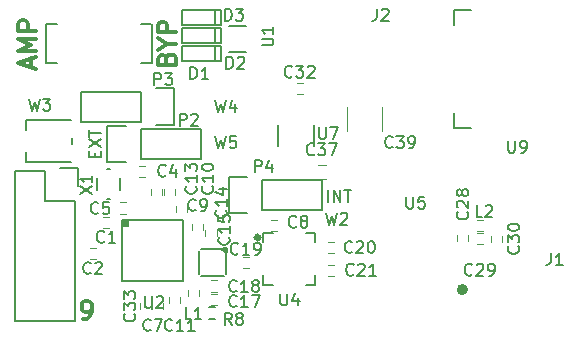
<source format=gbr>
G04 #@! TF.FileFunction,Legend,Top*
%FSLAX46Y46*%
G04 Gerber Fmt 4.6, Leading zero omitted, Abs format (unit mm)*
G04 Created by KiCad (PCBNEW 4.0.1-stable) date 1/31/2017 10:13:49 PM*
%MOMM*%
G01*
G04 APERTURE LIST*
%ADD10C,0.100000*%
%ADD11C,0.300000*%
%ADD12C,0.150000*%
%ADD13C,0.500000*%
%ADD14C,0.200000*%
%ADD15C,0.120000*%
G04 APERTURE END LIST*
D10*
D11*
X113252286Y-112946571D02*
X113538001Y-112946571D01*
X113680858Y-112875143D01*
X113752286Y-112803714D01*
X113895144Y-112589429D01*
X113966572Y-112303714D01*
X113966572Y-111732286D01*
X113895144Y-111589429D01*
X113823715Y-111518000D01*
X113680858Y-111446571D01*
X113395144Y-111446571D01*
X113252286Y-111518000D01*
X113180858Y-111589429D01*
X113109429Y-111732286D01*
X113109429Y-112089429D01*
X113180858Y-112232286D01*
X113252286Y-112303714D01*
X113395144Y-112375143D01*
X113680858Y-112375143D01*
X113823715Y-112303714D01*
X113895144Y-112232286D01*
X113966572Y-112089429D01*
D12*
X133969238Y-103068381D02*
X133969238Y-102068381D01*
X134445428Y-103068381D02*
X134445428Y-102068381D01*
X135016857Y-103068381D01*
X135016857Y-102068381D01*
X135350190Y-102068381D02*
X135921619Y-102068381D01*
X135635904Y-103068381D02*
X135635904Y-102068381D01*
X114228571Y-99242429D02*
X114228571Y-98909095D01*
X114752381Y-98766238D02*
X114752381Y-99242429D01*
X113752381Y-99242429D01*
X113752381Y-98766238D01*
X113752381Y-98432905D02*
X114752381Y-97766238D01*
X113752381Y-97766238D02*
X114752381Y-98432905D01*
X113752381Y-97528143D02*
X113752381Y-96956714D01*
X114752381Y-97242429D02*
X113752381Y-97242429D01*
D11*
X108835000Y-91626286D02*
X108835000Y-90912000D01*
X109263571Y-91769143D02*
X107763571Y-91269143D01*
X109263571Y-90769143D01*
X109263571Y-90269143D02*
X107763571Y-90269143D01*
X108835000Y-89769143D01*
X107763571Y-89269143D01*
X109263571Y-89269143D01*
X109263571Y-88554857D02*
X107763571Y-88554857D01*
X107763571Y-87983429D01*
X107835000Y-87840571D01*
X107906429Y-87769143D01*
X108049286Y-87697714D01*
X108263571Y-87697714D01*
X108406429Y-87769143D01*
X108477857Y-87840571D01*
X108549286Y-87983429D01*
X108549286Y-88554857D01*
X120288857Y-90947714D02*
X120360286Y-90733428D01*
X120431714Y-90662000D01*
X120574571Y-90590571D01*
X120788857Y-90590571D01*
X120931714Y-90662000D01*
X121003143Y-90733428D01*
X121074571Y-90876286D01*
X121074571Y-91447714D01*
X119574571Y-91447714D01*
X119574571Y-90947714D01*
X119646000Y-90804857D01*
X119717429Y-90733428D01*
X119860286Y-90662000D01*
X120003143Y-90662000D01*
X120146000Y-90733428D01*
X120217429Y-90804857D01*
X120288857Y-90947714D01*
X120288857Y-91447714D01*
X120360286Y-89662000D02*
X121074571Y-89662000D01*
X119574571Y-90162000D02*
X120360286Y-89662000D01*
X119574571Y-89162000D01*
X121074571Y-88662000D02*
X119574571Y-88662000D01*
X119574571Y-88090572D01*
X119646000Y-87947714D01*
X119717429Y-87876286D01*
X119860286Y-87804857D01*
X120074571Y-87804857D01*
X120217429Y-87876286D01*
X120288857Y-87947714D01*
X120360286Y-88090572D01*
X120360286Y-88662000D01*
D12*
X116649500Y-104648000D02*
X116649500Y-105029000D01*
X116649500Y-105029000D02*
X116903500Y-105029000D01*
X116903500Y-105029000D02*
X116903500Y-104711500D01*
X116903500Y-104711500D02*
X116776500Y-104711500D01*
X116776500Y-104711500D02*
X116776500Y-104965500D01*
X117030500Y-104648000D02*
X117030500Y-105092500D01*
X117030500Y-105092500D02*
X116586000Y-105092500D01*
X116551000Y-109763000D02*
X121701000Y-109763000D01*
X116551000Y-104613000D02*
X121701000Y-104613000D01*
X116551000Y-104613000D02*
X116551000Y-109763000D01*
X121701000Y-104613000D02*
X121701000Y-109763000D01*
D13*
X128108400Y-106068720D02*
G75*
G03X128108400Y-106068720I-100000J0D01*
G01*
D14*
X132108400Y-105668720D02*
X132908400Y-105668720D01*
X132908400Y-105668720D02*
X132908400Y-106468720D01*
X132108400Y-110068720D02*
X132908400Y-110068720D01*
X132908400Y-110068720D02*
X132908400Y-109268720D01*
X129308400Y-110068720D02*
X128508400Y-110068720D01*
X128508400Y-110068720D02*
X128508400Y-109268720D01*
X129308400Y-105668720D02*
X128508400Y-105668720D01*
X128508400Y-105668720D02*
X128508400Y-106468720D01*
D15*
X138508000Y-97062800D02*
X138508000Y-95062800D01*
X135558000Y-95062800D02*
X135558000Y-97062800D01*
X133088900Y-99958600D02*
X133788900Y-99958600D01*
X133788900Y-101158600D02*
X133088900Y-101158600D01*
X118041400Y-111611600D02*
X118041400Y-112111600D01*
X118991400Y-112111600D02*
X118991400Y-111611600D01*
X119918500Y-102485000D02*
X119918500Y-101985000D01*
X118968500Y-101985000D02*
X118968500Y-102485000D01*
X122014000Y-103882000D02*
X122014000Y-103382000D01*
X121064000Y-103382000D02*
X121064000Y-103882000D01*
D12*
X116379500Y-101036500D02*
X116379500Y-102036500D01*
X114379500Y-101036500D02*
X114379500Y-102036500D01*
X115229500Y-102786500D02*
X115529500Y-102786500D01*
X115229500Y-100286500D02*
X115529500Y-100286500D01*
D15*
X120479800Y-111129000D02*
X120479800Y-111629000D01*
X121429800Y-111629000D02*
X121429800Y-111129000D01*
X120998000Y-102485000D02*
X120998000Y-101985000D01*
X120048000Y-101985000D02*
X120048000Y-102485000D01*
X119070100Y-111598900D02*
X119070100Y-112098900D01*
X120020100Y-112098900D02*
X120020100Y-111598900D01*
X116399500Y-104043500D02*
X116899500Y-104043500D01*
X116899500Y-103093500D02*
X116399500Y-103093500D01*
X117987000Y-100932000D02*
X118487000Y-100932000D01*
X118487000Y-99982000D02*
X117987000Y-99982000D01*
X113796000Y-107917000D02*
X114296000Y-107917000D01*
X114296000Y-106967000D02*
X113796000Y-106967000D01*
X114939000Y-105250000D02*
X115439000Y-105250000D01*
X115439000Y-104300000D02*
X114939000Y-104300000D01*
X129663000Y-104554000D02*
X129163000Y-104554000D01*
X129163000Y-105504000D02*
X129663000Y-105504000D01*
D12*
X110998000Y-91313000D02*
X110109000Y-91313000D01*
X110998000Y-88011000D02*
X110109000Y-88011000D01*
X118110000Y-88011000D02*
X118999000Y-88011000D01*
X118110000Y-91313000D02*
X118999000Y-91313000D01*
X119049800Y-91313000D02*
X119049800Y-88011000D01*
X110058200Y-91313000D02*
X110058200Y-88011000D01*
D15*
X127250000Y-107729000D02*
X126750000Y-107729000D01*
X126750000Y-108679000D02*
X127250000Y-108679000D01*
X123411000Y-105406000D02*
X123411000Y-104906000D01*
X122461000Y-104906000D02*
X122461000Y-105406000D01*
X146562000Y-105504000D02*
X147062000Y-105504000D01*
X147062000Y-104554000D02*
X146562000Y-104554000D01*
X148684000Y-106422000D02*
X148684000Y-105922000D01*
X147734000Y-105922000D02*
X147734000Y-106422000D01*
X146562000Y-106647000D02*
X147062000Y-106647000D01*
X147062000Y-105697000D02*
X146562000Y-105697000D01*
X145839200Y-106383900D02*
X145839200Y-105883900D01*
X144889200Y-105883900D02*
X144889200Y-106383900D01*
X133989000Y-109318600D02*
X134489000Y-109318600D01*
X134489000Y-108368600D02*
X133989000Y-108368600D01*
X133989000Y-107367760D02*
X134489000Y-107367760D01*
X134489000Y-106417760D02*
X133989000Y-106417760D01*
D12*
X125404500Y-107299000D02*
X125404500Y-106981500D01*
X125404500Y-106981500D02*
X125150500Y-106981500D01*
X125087000Y-106981500D02*
X125341000Y-106981500D01*
X125087000Y-107045000D02*
X125341000Y-107235500D01*
X124896500Y-107045000D02*
X125341000Y-107426000D01*
X125341000Y-107426000D02*
X125341000Y-107045000D01*
X125341000Y-107045000D02*
X125087000Y-107045000D01*
X123263000Y-107013000D02*
X125133000Y-107013000D01*
X123263000Y-109363000D02*
X125133000Y-109363000D01*
X123063000Y-107213000D02*
X123063000Y-109163000D01*
X125333000Y-107213000D02*
X125333000Y-109163000D01*
X124392500Y-111933500D02*
X123892500Y-111933500D01*
X123892500Y-112983500D02*
X124392500Y-112983500D01*
D15*
X123030000Y-110994000D02*
X123030000Y-110494000D01*
X122080000Y-110494000D02*
X122080000Y-110994000D01*
X124100000Y-110656000D02*
X124600000Y-110656000D01*
X124600000Y-109706000D02*
X124100000Y-109706000D01*
X124583000Y-110840500D02*
X124083000Y-110840500D01*
X124083000Y-111790500D02*
X124583000Y-111790500D01*
D12*
X112268000Y-98171000D02*
X112268000Y-97663000D01*
X108394500Y-96964500D02*
X108394500Y-96139000D01*
X108394500Y-98869500D02*
X108394500Y-99695000D01*
X112236000Y-99717000D02*
X108436000Y-99717000D01*
X112236000Y-96117000D02*
X108436000Y-96117000D01*
X132817600Y-98322100D02*
X132817600Y-96572100D01*
X129767600Y-98322100D02*
X129767600Y-96572100D01*
X124409200Y-88112600D02*
X124409200Y-86842600D01*
X124409200Y-86842600D02*
X124917200Y-86842600D01*
X124917200Y-86842600D02*
X124917200Y-88112600D01*
X124917200Y-88112600D02*
X121615200Y-88112600D01*
X121615200Y-88112600D02*
X121615200Y-86842600D01*
X121615200Y-86842600D02*
X124409200Y-86842600D01*
X124409200Y-89636600D02*
X124409200Y-88366600D01*
X124409200Y-88366600D02*
X124917200Y-88366600D01*
X124917200Y-88366600D02*
X124917200Y-89636600D01*
X124917200Y-89636600D02*
X121615200Y-89636600D01*
X121615200Y-89636600D02*
X121615200Y-88366600D01*
X121615200Y-88366600D02*
X124409200Y-88366600D01*
X124409200Y-91160600D02*
X124409200Y-89890600D01*
X124409200Y-89890600D02*
X124917200Y-89890600D01*
X124917200Y-89890600D02*
X124917200Y-91160600D01*
X124917200Y-91160600D02*
X121615200Y-91160600D01*
X121615200Y-91160600D02*
X121615200Y-89890600D01*
X121615200Y-89890600D02*
X124409200Y-89890600D01*
X125614200Y-90355600D02*
X127014200Y-90355600D01*
X125614200Y-88155600D02*
X127014200Y-88155600D01*
D15*
X131347400Y-93921600D02*
X131847400Y-93921600D01*
X131847400Y-92971600D02*
X131347400Y-92971600D01*
X124541300Y-105926700D02*
X124541300Y-105426700D01*
X123591300Y-105426700D02*
X123591300Y-105926700D01*
D12*
X144613000Y-96821000D02*
X144613000Y-95571000D01*
X144613000Y-96821000D02*
X146113000Y-96821000D01*
X144613000Y-86821000D02*
X146113000Y-86821000D01*
X144613000Y-86821000D02*
X144613000Y-88071000D01*
X107442000Y-100457000D02*
X107442000Y-113157000D01*
X107442000Y-113157000D02*
X112522000Y-113157000D01*
X112522000Y-113157000D02*
X112522000Y-102997000D01*
X107442000Y-100457000D02*
X109982000Y-100457000D01*
X112802000Y-101727000D02*
X112802000Y-100177000D01*
X109982000Y-100457000D02*
X109982000Y-102997000D01*
X109982000Y-102997000D02*
X112522000Y-102997000D01*
X112802000Y-100177000D02*
X111252000Y-100177000D01*
X116840000Y-96621000D02*
X115290000Y-96621000D01*
X115290000Y-96621000D02*
X115290000Y-99721000D01*
X115290000Y-99721000D02*
X116840000Y-99721000D01*
X118110000Y-96901000D02*
X123190000Y-96901000D01*
X123190000Y-96901000D02*
X123190000Y-99441000D01*
X123190000Y-99441000D02*
X118110000Y-99441000D01*
X118110000Y-99441000D02*
X118110000Y-96901000D01*
X119380000Y-96546000D02*
X120930000Y-96546000D01*
X120930000Y-96546000D02*
X120930000Y-93446000D01*
X120930000Y-93446000D02*
X119380000Y-93446000D01*
X118110000Y-96266000D02*
X113030000Y-96266000D01*
X113030000Y-96266000D02*
X113030000Y-93726000D01*
X113030000Y-93726000D02*
X118110000Y-93726000D01*
X118110000Y-93726000D02*
X118110000Y-96266000D01*
X127127000Y-100939000D02*
X125577000Y-100939000D01*
X125577000Y-100939000D02*
X125577000Y-104039000D01*
X125577000Y-104039000D02*
X127127000Y-104039000D01*
X128397000Y-101219000D02*
X133477000Y-101219000D01*
X133477000Y-101219000D02*
X133477000Y-103759000D01*
X133477000Y-103759000D02*
X128397000Y-103759000D01*
X128397000Y-103759000D02*
X128397000Y-101219000D01*
D13*
X145580453Y-110490000D02*
G75*
G03X145580453Y-110490000I-228953J0D01*
G01*
D12*
X118464095Y-111040381D02*
X118464095Y-111849905D01*
X118511714Y-111945143D01*
X118559333Y-111992762D01*
X118654571Y-112040381D01*
X118845048Y-112040381D01*
X118940286Y-111992762D01*
X118987905Y-111945143D01*
X119035524Y-111849905D01*
X119035524Y-111040381D01*
X119464095Y-111135619D02*
X119511714Y-111088000D01*
X119606952Y-111040381D01*
X119845048Y-111040381D01*
X119940286Y-111088000D01*
X119987905Y-111135619D01*
X120035524Y-111230857D01*
X120035524Y-111326095D01*
X119987905Y-111468952D01*
X119416476Y-112040381D01*
X120035524Y-112040381D01*
X129946495Y-110821101D02*
X129946495Y-111630625D01*
X129994114Y-111725863D01*
X130041733Y-111773482D01*
X130136971Y-111821101D01*
X130327448Y-111821101D01*
X130422686Y-111773482D01*
X130470305Y-111725863D01*
X130517924Y-111630625D01*
X130517924Y-110821101D01*
X131422686Y-111154434D02*
X131422686Y-111821101D01*
X131184590Y-110773482D02*
X130946495Y-111487768D01*
X131565543Y-111487768D01*
X139438143Y-98401143D02*
X139390524Y-98448762D01*
X139247667Y-98496381D01*
X139152429Y-98496381D01*
X139009571Y-98448762D01*
X138914333Y-98353524D01*
X138866714Y-98258286D01*
X138819095Y-98067810D01*
X138819095Y-97924952D01*
X138866714Y-97734476D01*
X138914333Y-97639238D01*
X139009571Y-97544000D01*
X139152429Y-97496381D01*
X139247667Y-97496381D01*
X139390524Y-97544000D01*
X139438143Y-97591619D01*
X139771476Y-97496381D02*
X140390524Y-97496381D01*
X140057190Y-97877333D01*
X140200048Y-97877333D01*
X140295286Y-97924952D01*
X140342905Y-97972571D01*
X140390524Y-98067810D01*
X140390524Y-98305905D01*
X140342905Y-98401143D01*
X140295286Y-98448762D01*
X140200048Y-98496381D01*
X139914333Y-98496381D01*
X139819095Y-98448762D01*
X139771476Y-98401143D01*
X140866714Y-98496381D02*
X141057190Y-98496381D01*
X141152429Y-98448762D01*
X141200048Y-98401143D01*
X141295286Y-98258286D01*
X141342905Y-98067810D01*
X141342905Y-97686857D01*
X141295286Y-97591619D01*
X141247667Y-97544000D01*
X141152429Y-97496381D01*
X140961952Y-97496381D01*
X140866714Y-97544000D01*
X140819095Y-97591619D01*
X140771476Y-97686857D01*
X140771476Y-97924952D01*
X140819095Y-98020190D01*
X140866714Y-98067810D01*
X140961952Y-98115429D01*
X141152429Y-98115429D01*
X141247667Y-98067810D01*
X141295286Y-98020190D01*
X141342905Y-97924952D01*
X132796043Y-99015743D02*
X132748424Y-99063362D01*
X132605567Y-99110981D01*
X132510329Y-99110981D01*
X132367471Y-99063362D01*
X132272233Y-98968124D01*
X132224614Y-98872886D01*
X132176995Y-98682410D01*
X132176995Y-98539552D01*
X132224614Y-98349076D01*
X132272233Y-98253838D01*
X132367471Y-98158600D01*
X132510329Y-98110981D01*
X132605567Y-98110981D01*
X132748424Y-98158600D01*
X132796043Y-98206219D01*
X133129376Y-98110981D02*
X133748424Y-98110981D01*
X133415090Y-98491933D01*
X133557948Y-98491933D01*
X133653186Y-98539552D01*
X133700805Y-98587171D01*
X133748424Y-98682410D01*
X133748424Y-98920505D01*
X133700805Y-99015743D01*
X133653186Y-99063362D01*
X133557948Y-99110981D01*
X133272233Y-99110981D01*
X133176995Y-99063362D01*
X133129376Y-99015743D01*
X134081757Y-98110981D02*
X134748424Y-98110981D01*
X134319852Y-99110981D01*
X152828667Y-107402381D02*
X152828667Y-108116667D01*
X152781047Y-108259524D01*
X152685809Y-108354762D01*
X152542952Y-108402381D01*
X152447714Y-108402381D01*
X153828667Y-108402381D02*
X153257238Y-108402381D01*
X153542952Y-108402381D02*
X153542952Y-107402381D01*
X153447714Y-107545238D01*
X153352476Y-107640476D01*
X153257238Y-107688095D01*
X117578143Y-112529857D02*
X117625762Y-112577476D01*
X117673381Y-112720333D01*
X117673381Y-112815571D01*
X117625762Y-112958429D01*
X117530524Y-113053667D01*
X117435286Y-113101286D01*
X117244810Y-113148905D01*
X117101952Y-113148905D01*
X116911476Y-113101286D01*
X116816238Y-113053667D01*
X116721000Y-112958429D01*
X116673381Y-112815571D01*
X116673381Y-112720333D01*
X116721000Y-112577476D01*
X116768619Y-112529857D01*
X116673381Y-112196524D02*
X116673381Y-111577476D01*
X117054333Y-111910810D01*
X117054333Y-111767952D01*
X117101952Y-111672714D01*
X117149571Y-111625095D01*
X117244810Y-111577476D01*
X117482905Y-111577476D01*
X117578143Y-111625095D01*
X117625762Y-111672714D01*
X117673381Y-111767952D01*
X117673381Y-112053667D01*
X117625762Y-112148905D01*
X117578143Y-112196524D01*
X116673381Y-111244143D02*
X116673381Y-110625095D01*
X117054333Y-110958429D01*
X117054333Y-110815571D01*
X117101952Y-110720333D01*
X117149571Y-110672714D01*
X117244810Y-110625095D01*
X117482905Y-110625095D01*
X117578143Y-110672714D01*
X117625762Y-110720333D01*
X117673381Y-110815571D01*
X117673381Y-111101286D01*
X117625762Y-111196524D01*
X117578143Y-111244143D01*
X122785143Y-101734857D02*
X122832762Y-101782476D01*
X122880381Y-101925333D01*
X122880381Y-102020571D01*
X122832762Y-102163429D01*
X122737524Y-102258667D01*
X122642286Y-102306286D01*
X122451810Y-102353905D01*
X122308952Y-102353905D01*
X122118476Y-102306286D01*
X122023238Y-102258667D01*
X121928000Y-102163429D01*
X121880381Y-102020571D01*
X121880381Y-101925333D01*
X121928000Y-101782476D01*
X121975619Y-101734857D01*
X122880381Y-100782476D02*
X122880381Y-101353905D01*
X122880381Y-101068191D02*
X121880381Y-101068191D01*
X122023238Y-101163429D01*
X122118476Y-101258667D01*
X122166095Y-101353905D01*
X121880381Y-100449143D02*
X121880381Y-99830095D01*
X122261333Y-100163429D01*
X122261333Y-100020571D01*
X122308952Y-99925333D01*
X122356571Y-99877714D01*
X122451810Y-99830095D01*
X122689905Y-99830095D01*
X122785143Y-99877714D01*
X122832762Y-99925333D01*
X122880381Y-100020571D01*
X122880381Y-100306286D01*
X122832762Y-100401524D01*
X122785143Y-100449143D01*
X138096667Y-86701381D02*
X138096667Y-87415667D01*
X138049047Y-87558524D01*
X137953809Y-87653762D01*
X137810952Y-87701381D01*
X137715714Y-87701381D01*
X138525238Y-86796619D02*
X138572857Y-86749000D01*
X138668095Y-86701381D01*
X138906191Y-86701381D01*
X139001429Y-86749000D01*
X139049048Y-86796619D01*
X139096667Y-86891857D01*
X139096667Y-86987095D01*
X139049048Y-87129952D01*
X138477619Y-87701381D01*
X139096667Y-87701381D01*
X122769334Y-103735143D02*
X122721715Y-103782762D01*
X122578858Y-103830381D01*
X122483620Y-103830381D01*
X122340762Y-103782762D01*
X122245524Y-103687524D01*
X122197905Y-103592286D01*
X122150286Y-103401810D01*
X122150286Y-103258952D01*
X122197905Y-103068476D01*
X122245524Y-102973238D01*
X122340762Y-102878000D01*
X122483620Y-102830381D01*
X122578858Y-102830381D01*
X122721715Y-102878000D01*
X122769334Y-102925619D01*
X123245524Y-103830381D02*
X123436000Y-103830381D01*
X123531239Y-103782762D01*
X123578858Y-103735143D01*
X123674096Y-103592286D01*
X123721715Y-103401810D01*
X123721715Y-103020857D01*
X123674096Y-102925619D01*
X123626477Y-102878000D01*
X123531239Y-102830381D01*
X123340762Y-102830381D01*
X123245524Y-102878000D01*
X123197905Y-102925619D01*
X123150286Y-103020857D01*
X123150286Y-103258952D01*
X123197905Y-103354190D01*
X123245524Y-103401810D01*
X123340762Y-103449429D01*
X123531239Y-103449429D01*
X123626477Y-103401810D01*
X123674096Y-103354190D01*
X123721715Y-103258952D01*
X112990381Y-102409524D02*
X113990381Y-101742857D01*
X112990381Y-101742857D02*
X113990381Y-102409524D01*
X113990381Y-100838095D02*
X113990381Y-101409524D01*
X113990381Y-101123810D02*
X112990381Y-101123810D01*
X113133238Y-101219048D01*
X113228476Y-101314286D01*
X113276095Y-101409524D01*
X120769143Y-113895143D02*
X120721524Y-113942762D01*
X120578667Y-113990381D01*
X120483429Y-113990381D01*
X120340571Y-113942762D01*
X120245333Y-113847524D01*
X120197714Y-113752286D01*
X120150095Y-113561810D01*
X120150095Y-113418952D01*
X120197714Y-113228476D01*
X120245333Y-113133238D01*
X120340571Y-113038000D01*
X120483429Y-112990381D01*
X120578667Y-112990381D01*
X120721524Y-113038000D01*
X120769143Y-113085619D01*
X121721524Y-113990381D02*
X121150095Y-113990381D01*
X121435809Y-113990381D02*
X121435809Y-112990381D01*
X121340571Y-113133238D01*
X121245333Y-113228476D01*
X121150095Y-113276095D01*
X122673905Y-113990381D02*
X122102476Y-113990381D01*
X122388190Y-113990381D02*
X122388190Y-112990381D01*
X122292952Y-113133238D01*
X122197714Y-113228476D01*
X122102476Y-113276095D01*
X124182143Y-101734857D02*
X124229762Y-101782476D01*
X124277381Y-101925333D01*
X124277381Y-102020571D01*
X124229762Y-102163429D01*
X124134524Y-102258667D01*
X124039286Y-102306286D01*
X123848810Y-102353905D01*
X123705952Y-102353905D01*
X123515476Y-102306286D01*
X123420238Y-102258667D01*
X123325000Y-102163429D01*
X123277381Y-102020571D01*
X123277381Y-101925333D01*
X123325000Y-101782476D01*
X123372619Y-101734857D01*
X124277381Y-100782476D02*
X124277381Y-101353905D01*
X124277381Y-101068191D02*
X123277381Y-101068191D01*
X123420238Y-101163429D01*
X123515476Y-101258667D01*
X123563095Y-101353905D01*
X123277381Y-100163429D02*
X123277381Y-100068190D01*
X123325000Y-99972952D01*
X123372619Y-99925333D01*
X123467857Y-99877714D01*
X123658333Y-99830095D01*
X123896429Y-99830095D01*
X124086905Y-99877714D01*
X124182143Y-99925333D01*
X124229762Y-99972952D01*
X124277381Y-100068190D01*
X124277381Y-100163429D01*
X124229762Y-100258667D01*
X124182143Y-100306286D01*
X124086905Y-100353905D01*
X123896429Y-100401524D01*
X123658333Y-100401524D01*
X123467857Y-100353905D01*
X123372619Y-100306286D01*
X123325000Y-100258667D01*
X123277381Y-100163429D01*
X118959334Y-113895143D02*
X118911715Y-113942762D01*
X118768858Y-113990381D01*
X118673620Y-113990381D01*
X118530762Y-113942762D01*
X118435524Y-113847524D01*
X118387905Y-113752286D01*
X118340286Y-113561810D01*
X118340286Y-113418952D01*
X118387905Y-113228476D01*
X118435524Y-113133238D01*
X118530762Y-113038000D01*
X118673620Y-112990381D01*
X118768858Y-112990381D01*
X118911715Y-113038000D01*
X118959334Y-113085619D01*
X119292667Y-112990381D02*
X119959334Y-112990381D01*
X119530762Y-113990381D01*
X114514334Y-103989143D02*
X114466715Y-104036762D01*
X114323858Y-104084381D01*
X114228620Y-104084381D01*
X114085762Y-104036762D01*
X113990524Y-103941524D01*
X113942905Y-103846286D01*
X113895286Y-103655810D01*
X113895286Y-103512952D01*
X113942905Y-103322476D01*
X113990524Y-103227238D01*
X114085762Y-103132000D01*
X114228620Y-103084381D01*
X114323858Y-103084381D01*
X114466715Y-103132000D01*
X114514334Y-103179619D01*
X115419096Y-103084381D02*
X114942905Y-103084381D01*
X114895286Y-103560571D01*
X114942905Y-103512952D01*
X115038143Y-103465333D01*
X115276239Y-103465333D01*
X115371477Y-103512952D01*
X115419096Y-103560571D01*
X115466715Y-103655810D01*
X115466715Y-103893905D01*
X115419096Y-103989143D01*
X115371477Y-104036762D01*
X115276239Y-104084381D01*
X115038143Y-104084381D01*
X114942905Y-104036762D01*
X114895286Y-103989143D01*
X120229334Y-100814143D02*
X120181715Y-100861762D01*
X120038858Y-100909381D01*
X119943620Y-100909381D01*
X119800762Y-100861762D01*
X119705524Y-100766524D01*
X119657905Y-100671286D01*
X119610286Y-100480810D01*
X119610286Y-100337952D01*
X119657905Y-100147476D01*
X119705524Y-100052238D01*
X119800762Y-99957000D01*
X119943620Y-99909381D01*
X120038858Y-99909381D01*
X120181715Y-99957000D01*
X120229334Y-100004619D01*
X121086477Y-100242714D02*
X121086477Y-100909381D01*
X120848381Y-99861762D02*
X120610286Y-100576048D01*
X121229334Y-100576048D01*
X113879334Y-109069143D02*
X113831715Y-109116762D01*
X113688858Y-109164381D01*
X113593620Y-109164381D01*
X113450762Y-109116762D01*
X113355524Y-109021524D01*
X113307905Y-108926286D01*
X113260286Y-108735810D01*
X113260286Y-108592952D01*
X113307905Y-108402476D01*
X113355524Y-108307238D01*
X113450762Y-108212000D01*
X113593620Y-108164381D01*
X113688858Y-108164381D01*
X113831715Y-108212000D01*
X113879334Y-108259619D01*
X114260286Y-108259619D02*
X114307905Y-108212000D01*
X114403143Y-108164381D01*
X114641239Y-108164381D01*
X114736477Y-108212000D01*
X114784096Y-108259619D01*
X114831715Y-108354857D01*
X114831715Y-108450095D01*
X114784096Y-108592952D01*
X114212667Y-109164381D01*
X114831715Y-109164381D01*
X115022334Y-106402143D02*
X114974715Y-106449762D01*
X114831858Y-106497381D01*
X114736620Y-106497381D01*
X114593762Y-106449762D01*
X114498524Y-106354524D01*
X114450905Y-106259286D01*
X114403286Y-106068810D01*
X114403286Y-105925952D01*
X114450905Y-105735476D01*
X114498524Y-105640238D01*
X114593762Y-105545000D01*
X114736620Y-105497381D01*
X114831858Y-105497381D01*
X114974715Y-105545000D01*
X115022334Y-105592619D01*
X115974715Y-106497381D02*
X115403286Y-106497381D01*
X115689000Y-106497381D02*
X115689000Y-105497381D01*
X115593762Y-105640238D01*
X115498524Y-105735476D01*
X115403286Y-105783095D01*
X131278334Y-105132143D02*
X131230715Y-105179762D01*
X131087858Y-105227381D01*
X130992620Y-105227381D01*
X130849762Y-105179762D01*
X130754524Y-105084524D01*
X130706905Y-104989286D01*
X130659286Y-104798810D01*
X130659286Y-104655952D01*
X130706905Y-104465476D01*
X130754524Y-104370238D01*
X130849762Y-104275000D01*
X130992620Y-104227381D01*
X131087858Y-104227381D01*
X131230715Y-104275000D01*
X131278334Y-104322619D01*
X131849762Y-104655952D02*
X131754524Y-104608333D01*
X131706905Y-104560714D01*
X131659286Y-104465476D01*
X131659286Y-104417857D01*
X131706905Y-104322619D01*
X131754524Y-104275000D01*
X131849762Y-104227381D01*
X132040239Y-104227381D01*
X132135477Y-104275000D01*
X132183096Y-104322619D01*
X132230715Y-104417857D01*
X132230715Y-104465476D01*
X132183096Y-104560714D01*
X132135477Y-104608333D01*
X132040239Y-104655952D01*
X131849762Y-104655952D01*
X131754524Y-104703571D01*
X131706905Y-104751190D01*
X131659286Y-104846429D01*
X131659286Y-105036905D01*
X131706905Y-105132143D01*
X131754524Y-105179762D01*
X131849762Y-105227381D01*
X132040239Y-105227381D01*
X132135477Y-105179762D01*
X132183096Y-105132143D01*
X132230715Y-105036905D01*
X132230715Y-104846429D01*
X132183096Y-104751190D01*
X132135477Y-104703571D01*
X132040239Y-104655952D01*
X124444238Y-97496381D02*
X124682333Y-98496381D01*
X124872810Y-97782095D01*
X125063286Y-98496381D01*
X125301381Y-97496381D01*
X126158524Y-97496381D02*
X125682333Y-97496381D01*
X125634714Y-97972571D01*
X125682333Y-97924952D01*
X125777571Y-97877333D01*
X126015667Y-97877333D01*
X126110905Y-97924952D01*
X126158524Y-97972571D01*
X126206143Y-98067810D01*
X126206143Y-98305905D01*
X126158524Y-98401143D01*
X126110905Y-98448762D01*
X126015667Y-98496381D01*
X125777571Y-98496381D01*
X125682333Y-98448762D01*
X125634714Y-98401143D01*
X124444238Y-94448381D02*
X124682333Y-95448381D01*
X124872810Y-94734095D01*
X125063286Y-95448381D01*
X125301381Y-94448381D01*
X126110905Y-94781714D02*
X126110905Y-95448381D01*
X125872809Y-94400762D02*
X125634714Y-95115048D01*
X126253762Y-95115048D01*
X108696238Y-94321381D02*
X108934333Y-95321381D01*
X109124810Y-94607095D01*
X109315286Y-95321381D01*
X109553381Y-94321381D01*
X109839095Y-94321381D02*
X110458143Y-94321381D01*
X110124809Y-94702333D01*
X110267667Y-94702333D01*
X110362905Y-94749952D01*
X110410524Y-94797571D01*
X110458143Y-94892810D01*
X110458143Y-95130905D01*
X110410524Y-95226143D01*
X110362905Y-95273762D01*
X110267667Y-95321381D01*
X109981952Y-95321381D01*
X109886714Y-95273762D01*
X109839095Y-95226143D01*
X133842238Y-103973381D02*
X134080333Y-104973381D01*
X134270810Y-104259095D01*
X134461286Y-104973381D01*
X134699381Y-103973381D01*
X135032714Y-104068619D02*
X135080333Y-104021000D01*
X135175571Y-103973381D01*
X135413667Y-103973381D01*
X135508905Y-104021000D01*
X135556524Y-104068619D01*
X135604143Y-104163857D01*
X135604143Y-104259095D01*
X135556524Y-104401952D01*
X134985095Y-104973381D01*
X135604143Y-104973381D01*
X126357143Y-107418143D02*
X126309524Y-107465762D01*
X126166667Y-107513381D01*
X126071429Y-107513381D01*
X125928571Y-107465762D01*
X125833333Y-107370524D01*
X125785714Y-107275286D01*
X125738095Y-107084810D01*
X125738095Y-106941952D01*
X125785714Y-106751476D01*
X125833333Y-106656238D01*
X125928571Y-106561000D01*
X126071429Y-106513381D01*
X126166667Y-106513381D01*
X126309524Y-106561000D01*
X126357143Y-106608619D01*
X127309524Y-107513381D02*
X126738095Y-107513381D01*
X127023809Y-107513381D02*
X127023809Y-106513381D01*
X126928571Y-106656238D01*
X126833333Y-106751476D01*
X126738095Y-106799095D01*
X127785714Y-107513381D02*
X127976190Y-107513381D01*
X128071429Y-107465762D01*
X128119048Y-107418143D01*
X128214286Y-107275286D01*
X128261905Y-107084810D01*
X128261905Y-106703857D01*
X128214286Y-106608619D01*
X128166667Y-106561000D01*
X128071429Y-106513381D01*
X127880952Y-106513381D01*
X127785714Y-106561000D01*
X127738095Y-106608619D01*
X127690476Y-106703857D01*
X127690476Y-106941952D01*
X127738095Y-107037190D01*
X127785714Y-107084810D01*
X127880952Y-107132429D01*
X128071429Y-107132429D01*
X128166667Y-107084810D01*
X128214286Y-107037190D01*
X128261905Y-106941952D01*
X125325143Y-103766857D02*
X125372762Y-103814476D01*
X125420381Y-103957333D01*
X125420381Y-104052571D01*
X125372762Y-104195429D01*
X125277524Y-104290667D01*
X125182286Y-104338286D01*
X124991810Y-104385905D01*
X124848952Y-104385905D01*
X124658476Y-104338286D01*
X124563238Y-104290667D01*
X124468000Y-104195429D01*
X124420381Y-104052571D01*
X124420381Y-103957333D01*
X124468000Y-103814476D01*
X124515619Y-103766857D01*
X125420381Y-102814476D02*
X125420381Y-103385905D01*
X125420381Y-103100191D02*
X124420381Y-103100191D01*
X124563238Y-103195429D01*
X124658476Y-103290667D01*
X124706095Y-103385905D01*
X124753714Y-101957333D02*
X125420381Y-101957333D01*
X124372762Y-102195429D02*
X125087048Y-102433524D01*
X125087048Y-101814476D01*
X147026334Y-104338381D02*
X146550143Y-104338381D01*
X146550143Y-103338381D01*
X147312048Y-103433619D02*
X147359667Y-103386000D01*
X147454905Y-103338381D01*
X147693001Y-103338381D01*
X147788239Y-103386000D01*
X147835858Y-103433619D01*
X147883477Y-103528857D01*
X147883477Y-103624095D01*
X147835858Y-103766952D01*
X147264429Y-104338381D01*
X147883477Y-104338381D01*
X150090143Y-106814857D02*
X150137762Y-106862476D01*
X150185381Y-107005333D01*
X150185381Y-107100571D01*
X150137762Y-107243429D01*
X150042524Y-107338667D01*
X149947286Y-107386286D01*
X149756810Y-107433905D01*
X149613952Y-107433905D01*
X149423476Y-107386286D01*
X149328238Y-107338667D01*
X149233000Y-107243429D01*
X149185381Y-107100571D01*
X149185381Y-107005333D01*
X149233000Y-106862476D01*
X149280619Y-106814857D01*
X149185381Y-106481524D02*
X149185381Y-105862476D01*
X149566333Y-106195810D01*
X149566333Y-106052952D01*
X149613952Y-105957714D01*
X149661571Y-105910095D01*
X149756810Y-105862476D01*
X149994905Y-105862476D01*
X150090143Y-105910095D01*
X150137762Y-105957714D01*
X150185381Y-106052952D01*
X150185381Y-106338667D01*
X150137762Y-106433905D01*
X150090143Y-106481524D01*
X149185381Y-105243429D02*
X149185381Y-105148190D01*
X149233000Y-105052952D01*
X149280619Y-105005333D01*
X149375857Y-104957714D01*
X149566333Y-104910095D01*
X149804429Y-104910095D01*
X149994905Y-104957714D01*
X150090143Y-105005333D01*
X150137762Y-105052952D01*
X150185381Y-105148190D01*
X150185381Y-105243429D01*
X150137762Y-105338667D01*
X150090143Y-105386286D01*
X149994905Y-105433905D01*
X149804429Y-105481524D01*
X149566333Y-105481524D01*
X149375857Y-105433905D01*
X149280619Y-105386286D01*
X149233000Y-105338667D01*
X149185381Y-105243429D01*
X146169143Y-109196143D02*
X146121524Y-109243762D01*
X145978667Y-109291381D01*
X145883429Y-109291381D01*
X145740571Y-109243762D01*
X145645333Y-109148524D01*
X145597714Y-109053286D01*
X145550095Y-108862810D01*
X145550095Y-108719952D01*
X145597714Y-108529476D01*
X145645333Y-108434238D01*
X145740571Y-108339000D01*
X145883429Y-108291381D01*
X145978667Y-108291381D01*
X146121524Y-108339000D01*
X146169143Y-108386619D01*
X146550095Y-108386619D02*
X146597714Y-108339000D01*
X146692952Y-108291381D01*
X146931048Y-108291381D01*
X147026286Y-108339000D01*
X147073905Y-108386619D01*
X147121524Y-108481857D01*
X147121524Y-108577095D01*
X147073905Y-108719952D01*
X146502476Y-109291381D01*
X147121524Y-109291381D01*
X147597714Y-109291381D02*
X147788190Y-109291381D01*
X147883429Y-109243762D01*
X147931048Y-109196143D01*
X148026286Y-109053286D01*
X148073905Y-108862810D01*
X148073905Y-108481857D01*
X148026286Y-108386619D01*
X147978667Y-108339000D01*
X147883429Y-108291381D01*
X147692952Y-108291381D01*
X147597714Y-108339000D01*
X147550095Y-108386619D01*
X147502476Y-108481857D01*
X147502476Y-108719952D01*
X147550095Y-108815190D01*
X147597714Y-108862810D01*
X147692952Y-108910429D01*
X147883429Y-108910429D01*
X147978667Y-108862810D01*
X148026286Y-108815190D01*
X148073905Y-108719952D01*
X145772143Y-103893857D02*
X145819762Y-103941476D01*
X145867381Y-104084333D01*
X145867381Y-104179571D01*
X145819762Y-104322429D01*
X145724524Y-104417667D01*
X145629286Y-104465286D01*
X145438810Y-104512905D01*
X145295952Y-104512905D01*
X145105476Y-104465286D01*
X145010238Y-104417667D01*
X144915000Y-104322429D01*
X144867381Y-104179571D01*
X144867381Y-104084333D01*
X144915000Y-103941476D01*
X144962619Y-103893857D01*
X144962619Y-103512905D02*
X144915000Y-103465286D01*
X144867381Y-103370048D01*
X144867381Y-103131952D01*
X144915000Y-103036714D01*
X144962619Y-102989095D01*
X145057857Y-102941476D01*
X145153095Y-102941476D01*
X145295952Y-102989095D01*
X145867381Y-103560524D01*
X145867381Y-102941476D01*
X145295952Y-102370048D02*
X145248333Y-102465286D01*
X145200714Y-102512905D01*
X145105476Y-102560524D01*
X145057857Y-102560524D01*
X144962619Y-102512905D01*
X144915000Y-102465286D01*
X144867381Y-102370048D01*
X144867381Y-102179571D01*
X144915000Y-102084333D01*
X144962619Y-102036714D01*
X145057857Y-101989095D01*
X145105476Y-101989095D01*
X145200714Y-102036714D01*
X145248333Y-102084333D01*
X145295952Y-102179571D01*
X145295952Y-102370048D01*
X145343571Y-102465286D01*
X145391190Y-102512905D01*
X145486429Y-102560524D01*
X145676905Y-102560524D01*
X145772143Y-102512905D01*
X145819762Y-102465286D01*
X145867381Y-102370048D01*
X145867381Y-102179571D01*
X145819762Y-102084333D01*
X145772143Y-102036714D01*
X145676905Y-101989095D01*
X145486429Y-101989095D01*
X145391190Y-102036714D01*
X145343571Y-102084333D01*
X145295952Y-102179571D01*
X136136143Y-109196143D02*
X136088524Y-109243762D01*
X135945667Y-109291381D01*
X135850429Y-109291381D01*
X135707571Y-109243762D01*
X135612333Y-109148524D01*
X135564714Y-109053286D01*
X135517095Y-108862810D01*
X135517095Y-108719952D01*
X135564714Y-108529476D01*
X135612333Y-108434238D01*
X135707571Y-108339000D01*
X135850429Y-108291381D01*
X135945667Y-108291381D01*
X136088524Y-108339000D01*
X136136143Y-108386619D01*
X136517095Y-108386619D02*
X136564714Y-108339000D01*
X136659952Y-108291381D01*
X136898048Y-108291381D01*
X136993286Y-108339000D01*
X137040905Y-108386619D01*
X137088524Y-108481857D01*
X137088524Y-108577095D01*
X137040905Y-108719952D01*
X136469476Y-109291381D01*
X137088524Y-109291381D01*
X138040905Y-109291381D02*
X137469476Y-109291381D01*
X137755190Y-109291381D02*
X137755190Y-108291381D01*
X137659952Y-108434238D01*
X137564714Y-108529476D01*
X137469476Y-108577095D01*
X136009143Y-107291143D02*
X135961524Y-107338762D01*
X135818667Y-107386381D01*
X135723429Y-107386381D01*
X135580571Y-107338762D01*
X135485333Y-107243524D01*
X135437714Y-107148286D01*
X135390095Y-106957810D01*
X135390095Y-106814952D01*
X135437714Y-106624476D01*
X135485333Y-106529238D01*
X135580571Y-106434000D01*
X135723429Y-106386381D01*
X135818667Y-106386381D01*
X135961524Y-106434000D01*
X136009143Y-106481619D01*
X136390095Y-106481619D02*
X136437714Y-106434000D01*
X136532952Y-106386381D01*
X136771048Y-106386381D01*
X136866286Y-106434000D01*
X136913905Y-106481619D01*
X136961524Y-106576857D01*
X136961524Y-106672095D01*
X136913905Y-106814952D01*
X136342476Y-107386381D01*
X136961524Y-107386381D01*
X137580571Y-106386381D02*
X137675810Y-106386381D01*
X137771048Y-106434000D01*
X137818667Y-106481619D01*
X137866286Y-106576857D01*
X137913905Y-106767333D01*
X137913905Y-107005429D01*
X137866286Y-107195905D01*
X137818667Y-107291143D01*
X137771048Y-107338762D01*
X137675810Y-107386381D01*
X137580571Y-107386381D01*
X137485333Y-107338762D01*
X137437714Y-107291143D01*
X137390095Y-107195905D01*
X137342476Y-107005429D01*
X137342476Y-106767333D01*
X137390095Y-106576857D01*
X137437714Y-106481619D01*
X137485333Y-106434000D01*
X137580571Y-106386381D01*
X125817334Y-113482381D02*
X125484000Y-113006190D01*
X125245905Y-113482381D02*
X125245905Y-112482381D01*
X125626858Y-112482381D01*
X125722096Y-112530000D01*
X125769715Y-112577619D01*
X125817334Y-112672857D01*
X125817334Y-112815714D01*
X125769715Y-112910952D01*
X125722096Y-112958571D01*
X125626858Y-113006190D01*
X125245905Y-113006190D01*
X126388762Y-112910952D02*
X126293524Y-112863333D01*
X126245905Y-112815714D01*
X126198286Y-112720476D01*
X126198286Y-112672857D01*
X126245905Y-112577619D01*
X126293524Y-112530000D01*
X126388762Y-112482381D01*
X126579239Y-112482381D01*
X126674477Y-112530000D01*
X126722096Y-112577619D01*
X126769715Y-112672857D01*
X126769715Y-112720476D01*
X126722096Y-112815714D01*
X126674477Y-112863333D01*
X126579239Y-112910952D01*
X126388762Y-112910952D01*
X126293524Y-112958571D01*
X126245905Y-113006190D01*
X126198286Y-113101429D01*
X126198286Y-113291905D01*
X126245905Y-113387143D01*
X126293524Y-113434762D01*
X126388762Y-113482381D01*
X126579239Y-113482381D01*
X126674477Y-113434762D01*
X126722096Y-113387143D01*
X126769715Y-113291905D01*
X126769715Y-113101429D01*
X126722096Y-113006190D01*
X126674477Y-112958571D01*
X126579239Y-112910952D01*
X122388334Y-112974381D02*
X121912143Y-112974381D01*
X121912143Y-111974381D01*
X123245477Y-112974381D02*
X122674048Y-112974381D01*
X122959762Y-112974381D02*
X122959762Y-111974381D01*
X122864524Y-112117238D01*
X122769286Y-112212476D01*
X122674048Y-112260095D01*
X126230143Y-110593143D02*
X126182524Y-110640762D01*
X126039667Y-110688381D01*
X125944429Y-110688381D01*
X125801571Y-110640762D01*
X125706333Y-110545524D01*
X125658714Y-110450286D01*
X125611095Y-110259810D01*
X125611095Y-110116952D01*
X125658714Y-109926476D01*
X125706333Y-109831238D01*
X125801571Y-109736000D01*
X125944429Y-109688381D01*
X126039667Y-109688381D01*
X126182524Y-109736000D01*
X126230143Y-109783619D01*
X127182524Y-110688381D02*
X126611095Y-110688381D01*
X126896809Y-110688381D02*
X126896809Y-109688381D01*
X126801571Y-109831238D01*
X126706333Y-109926476D01*
X126611095Y-109974095D01*
X127753952Y-110116952D02*
X127658714Y-110069333D01*
X127611095Y-110021714D01*
X127563476Y-109926476D01*
X127563476Y-109878857D01*
X127611095Y-109783619D01*
X127658714Y-109736000D01*
X127753952Y-109688381D01*
X127944429Y-109688381D01*
X128039667Y-109736000D01*
X128087286Y-109783619D01*
X128134905Y-109878857D01*
X128134905Y-109926476D01*
X128087286Y-110021714D01*
X128039667Y-110069333D01*
X127944429Y-110116952D01*
X127753952Y-110116952D01*
X127658714Y-110164571D01*
X127611095Y-110212190D01*
X127563476Y-110307429D01*
X127563476Y-110497905D01*
X127611095Y-110593143D01*
X127658714Y-110640762D01*
X127753952Y-110688381D01*
X127944429Y-110688381D01*
X128039667Y-110640762D01*
X128087286Y-110593143D01*
X128134905Y-110497905D01*
X128134905Y-110307429D01*
X128087286Y-110212190D01*
X128039667Y-110164571D01*
X127944429Y-110116952D01*
X126230143Y-111863143D02*
X126182524Y-111910762D01*
X126039667Y-111958381D01*
X125944429Y-111958381D01*
X125801571Y-111910762D01*
X125706333Y-111815524D01*
X125658714Y-111720286D01*
X125611095Y-111529810D01*
X125611095Y-111386952D01*
X125658714Y-111196476D01*
X125706333Y-111101238D01*
X125801571Y-111006000D01*
X125944429Y-110958381D01*
X126039667Y-110958381D01*
X126182524Y-111006000D01*
X126230143Y-111053619D01*
X127182524Y-111958381D02*
X126611095Y-111958381D01*
X126896809Y-111958381D02*
X126896809Y-110958381D01*
X126801571Y-111101238D01*
X126706333Y-111196476D01*
X126611095Y-111244095D01*
X127515857Y-110958381D02*
X128182524Y-110958381D01*
X127753952Y-111958381D01*
X133223095Y-96734381D02*
X133223095Y-97543905D01*
X133270714Y-97639143D01*
X133318333Y-97686762D01*
X133413571Y-97734381D01*
X133604048Y-97734381D01*
X133699286Y-97686762D01*
X133746905Y-97639143D01*
X133794524Y-97543905D01*
X133794524Y-96734381D01*
X134175476Y-96734381D02*
X134842143Y-96734381D01*
X134413571Y-97734381D01*
X125245905Y-87701381D02*
X125245905Y-86701381D01*
X125484000Y-86701381D01*
X125626858Y-86749000D01*
X125722096Y-86844238D01*
X125769715Y-86939476D01*
X125817334Y-87129952D01*
X125817334Y-87272810D01*
X125769715Y-87463286D01*
X125722096Y-87558524D01*
X125626858Y-87653762D01*
X125484000Y-87701381D01*
X125245905Y-87701381D01*
X126150667Y-86701381D02*
X126769715Y-86701381D01*
X126436381Y-87082333D01*
X126579239Y-87082333D01*
X126674477Y-87129952D01*
X126722096Y-87177571D01*
X126769715Y-87272810D01*
X126769715Y-87510905D01*
X126722096Y-87606143D01*
X126674477Y-87653762D01*
X126579239Y-87701381D01*
X126293524Y-87701381D01*
X126198286Y-87653762D01*
X126150667Y-87606143D01*
X125372905Y-91765381D02*
X125372905Y-90765381D01*
X125611000Y-90765381D01*
X125753858Y-90813000D01*
X125849096Y-90908238D01*
X125896715Y-91003476D01*
X125944334Y-91193952D01*
X125944334Y-91336810D01*
X125896715Y-91527286D01*
X125849096Y-91622524D01*
X125753858Y-91717762D01*
X125611000Y-91765381D01*
X125372905Y-91765381D01*
X126325286Y-90860619D02*
X126372905Y-90813000D01*
X126468143Y-90765381D01*
X126706239Y-90765381D01*
X126801477Y-90813000D01*
X126849096Y-90860619D01*
X126896715Y-90955857D01*
X126896715Y-91051095D01*
X126849096Y-91193952D01*
X126277667Y-91765381D01*
X126896715Y-91765381D01*
X122324905Y-92654381D02*
X122324905Y-91654381D01*
X122563000Y-91654381D01*
X122705858Y-91702000D01*
X122801096Y-91797238D01*
X122848715Y-91892476D01*
X122896334Y-92082952D01*
X122896334Y-92225810D01*
X122848715Y-92416286D01*
X122801096Y-92511524D01*
X122705858Y-92606762D01*
X122563000Y-92654381D01*
X122324905Y-92654381D01*
X123848715Y-92654381D02*
X123277286Y-92654381D01*
X123563000Y-92654381D02*
X123563000Y-91654381D01*
X123467762Y-91797238D01*
X123372524Y-91892476D01*
X123277286Y-91940095D01*
X128357381Y-89814305D02*
X129166905Y-89814305D01*
X129262143Y-89766686D01*
X129309762Y-89719067D01*
X129357381Y-89623829D01*
X129357381Y-89433352D01*
X129309762Y-89338114D01*
X129262143Y-89290495D01*
X129166905Y-89242876D01*
X128357381Y-89242876D01*
X129357381Y-88242876D02*
X129357381Y-88814305D01*
X129357381Y-88528591D02*
X128357381Y-88528591D01*
X128500238Y-88623829D01*
X128595476Y-88719067D01*
X128643095Y-88814305D01*
X130929143Y-92432143D02*
X130881524Y-92479762D01*
X130738667Y-92527381D01*
X130643429Y-92527381D01*
X130500571Y-92479762D01*
X130405333Y-92384524D01*
X130357714Y-92289286D01*
X130310095Y-92098810D01*
X130310095Y-91955952D01*
X130357714Y-91765476D01*
X130405333Y-91670238D01*
X130500571Y-91575000D01*
X130643429Y-91527381D01*
X130738667Y-91527381D01*
X130881524Y-91575000D01*
X130929143Y-91622619D01*
X131262476Y-91527381D02*
X131881524Y-91527381D01*
X131548190Y-91908333D01*
X131691048Y-91908333D01*
X131786286Y-91955952D01*
X131833905Y-92003571D01*
X131881524Y-92098810D01*
X131881524Y-92336905D01*
X131833905Y-92432143D01*
X131786286Y-92479762D01*
X131691048Y-92527381D01*
X131405333Y-92527381D01*
X131310095Y-92479762D01*
X131262476Y-92432143D01*
X132262476Y-91622619D02*
X132310095Y-91575000D01*
X132405333Y-91527381D01*
X132643429Y-91527381D01*
X132738667Y-91575000D01*
X132786286Y-91622619D01*
X132833905Y-91717857D01*
X132833905Y-91813095D01*
X132786286Y-91955952D01*
X132214857Y-92527381D01*
X132833905Y-92527381D01*
X125579143Y-106052857D02*
X125626762Y-106100476D01*
X125674381Y-106243333D01*
X125674381Y-106338571D01*
X125626762Y-106481429D01*
X125531524Y-106576667D01*
X125436286Y-106624286D01*
X125245810Y-106671905D01*
X125102952Y-106671905D01*
X124912476Y-106624286D01*
X124817238Y-106576667D01*
X124722000Y-106481429D01*
X124674381Y-106338571D01*
X124674381Y-106243333D01*
X124722000Y-106100476D01*
X124769619Y-106052857D01*
X125674381Y-105100476D02*
X125674381Y-105671905D01*
X125674381Y-105386191D02*
X124674381Y-105386191D01*
X124817238Y-105481429D01*
X124912476Y-105576667D01*
X124960095Y-105671905D01*
X124674381Y-104195714D02*
X124674381Y-104671905D01*
X125150571Y-104719524D01*
X125102952Y-104671905D01*
X125055333Y-104576667D01*
X125055333Y-104338571D01*
X125102952Y-104243333D01*
X125150571Y-104195714D01*
X125245810Y-104148095D01*
X125483905Y-104148095D01*
X125579143Y-104195714D01*
X125626762Y-104243333D01*
X125674381Y-104338571D01*
X125674381Y-104576667D01*
X125626762Y-104671905D01*
X125579143Y-104719524D01*
X149225095Y-97877381D02*
X149225095Y-98686905D01*
X149272714Y-98782143D01*
X149320333Y-98829762D01*
X149415571Y-98877381D01*
X149606048Y-98877381D01*
X149701286Y-98829762D01*
X149748905Y-98782143D01*
X149796524Y-98686905D01*
X149796524Y-97877381D01*
X150320333Y-98877381D02*
X150510809Y-98877381D01*
X150606048Y-98829762D01*
X150653667Y-98782143D01*
X150748905Y-98639286D01*
X150796524Y-98448810D01*
X150796524Y-98067857D01*
X150748905Y-97972619D01*
X150701286Y-97925000D01*
X150606048Y-97877381D01*
X150415571Y-97877381D01*
X150320333Y-97925000D01*
X150272714Y-97972619D01*
X150225095Y-98067857D01*
X150225095Y-98305952D01*
X150272714Y-98401190D01*
X150320333Y-98448810D01*
X150415571Y-98496429D01*
X150606048Y-98496429D01*
X150701286Y-98448810D01*
X150748905Y-98401190D01*
X150796524Y-98305952D01*
X121435905Y-96591381D02*
X121435905Y-95591381D01*
X121816858Y-95591381D01*
X121912096Y-95639000D01*
X121959715Y-95686619D01*
X122007334Y-95781857D01*
X122007334Y-95924714D01*
X121959715Y-96019952D01*
X121912096Y-96067571D01*
X121816858Y-96115190D01*
X121435905Y-96115190D01*
X122388286Y-95686619D02*
X122435905Y-95639000D01*
X122531143Y-95591381D01*
X122769239Y-95591381D01*
X122864477Y-95639000D01*
X122912096Y-95686619D01*
X122959715Y-95781857D01*
X122959715Y-95877095D01*
X122912096Y-96019952D01*
X122340667Y-96591381D01*
X122959715Y-96591381D01*
X119276905Y-93162381D02*
X119276905Y-92162381D01*
X119657858Y-92162381D01*
X119753096Y-92210000D01*
X119800715Y-92257619D01*
X119848334Y-92352857D01*
X119848334Y-92495714D01*
X119800715Y-92590952D01*
X119753096Y-92638571D01*
X119657858Y-92686190D01*
X119276905Y-92686190D01*
X120181667Y-92162381D02*
X120800715Y-92162381D01*
X120467381Y-92543333D01*
X120610239Y-92543333D01*
X120705477Y-92590952D01*
X120753096Y-92638571D01*
X120800715Y-92733810D01*
X120800715Y-92971905D01*
X120753096Y-93067143D01*
X120705477Y-93114762D01*
X120610239Y-93162381D01*
X120324524Y-93162381D01*
X120229286Y-93114762D01*
X120181667Y-93067143D01*
X127785905Y-100528381D02*
X127785905Y-99528381D01*
X128166858Y-99528381D01*
X128262096Y-99576000D01*
X128309715Y-99623619D01*
X128357334Y-99718857D01*
X128357334Y-99861714D01*
X128309715Y-99956952D01*
X128262096Y-100004571D01*
X128166858Y-100052190D01*
X127785905Y-100052190D01*
X129214477Y-99861714D02*
X129214477Y-100528381D01*
X128976381Y-99480762D02*
X128738286Y-100195048D01*
X129357334Y-100195048D01*
X140610595Y-102623881D02*
X140610595Y-103433405D01*
X140658214Y-103528643D01*
X140705833Y-103576262D01*
X140801071Y-103623881D01*
X140991548Y-103623881D01*
X141086786Y-103576262D01*
X141134405Y-103528643D01*
X141182024Y-103433405D01*
X141182024Y-102623881D01*
X142134405Y-102623881D02*
X141658214Y-102623881D01*
X141610595Y-103100071D01*
X141658214Y-103052452D01*
X141753452Y-103004833D01*
X141991548Y-103004833D01*
X142086786Y-103052452D01*
X142134405Y-103100071D01*
X142182024Y-103195310D01*
X142182024Y-103433405D01*
X142134405Y-103528643D01*
X142086786Y-103576262D01*
X141991548Y-103623881D01*
X141753452Y-103623881D01*
X141658214Y-103576262D01*
X141610595Y-103528643D01*
M02*

</source>
